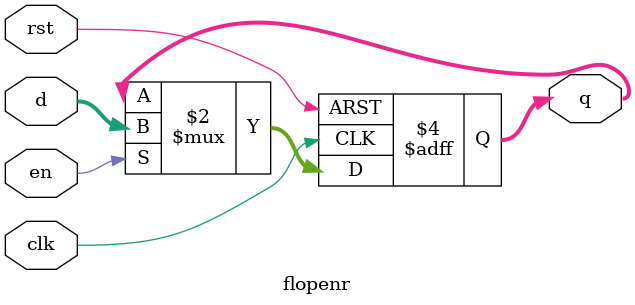
<source format=v>
module flopenr #(parameter WIDTH = 8) //flopen means
              (clk, rst, en, d, q);

   input              clk;
   input              rst;
   input              en;
   input  [WIDTH-1:0] d;
   output reg [WIDTH-1:0] q;

 
   always @(posedge clk, posedge rst)
      if (rst)
         q <= 0;
      else if (en)
         q <= d;

endmodule

</source>
